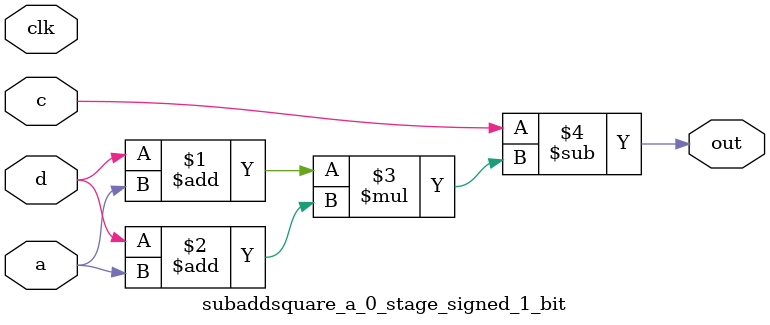
<source format=sv>
(* use_dsp = "yes" *) module subaddsquare_a_0_stage_signed_1_bit(
	input signed [0:0] a,
	input signed [0:0] c,
	input signed [0:0] d,
	output [0:0] out,
	input clk);

	assign out = c - ((d + a) * (d + a));
endmodule

</source>
